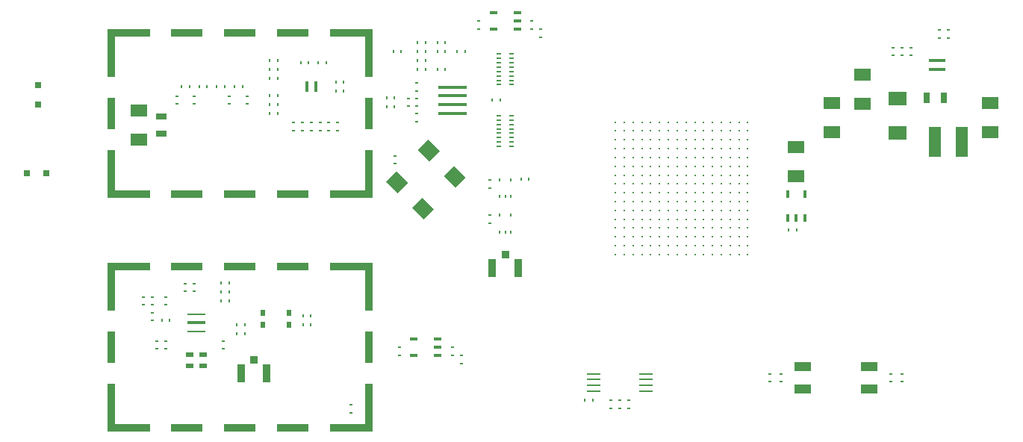
<source format=gtp>
G04 (created by PCBNEW (2013-mar-25)-stable) date Thursday, May 05, 2016 07:05:57 AM*
%MOIN*%
G04 Gerber Fmt 3.4, Leading zero omitted, Abs format*
%FSLAX34Y34*%
G01*
G70*
G90*
G04 APERTURE LIST*
%ADD10C,0.006*%
%ADD11R,0.00976378X0.0176378*%
%ADD12R,0.0727559X0.0530709*%
%ADD13R,0.0530709X0.135748*%
%ADD14R,0.0333858X0.0353543*%
%ADD15R,0.0353543X0.0806299*%
%ADD16R,0.0247244X0.0282677*%
%ADD17R,0.0349606X0.0247244*%
%ADD18R,0.0215748X0.00582677*%
%ADD19R,0.0215748X0.00385827*%
%ADD20R,0.00385827X0.0215748*%
%ADD21R,0.129843X0.0127165*%
%ADD22R,0.129843X0.0137008*%
%ADD23R,0.0176378X0.0353543*%
%ADD24R,0.0353543X0.0176378*%
%ADD25C,0.00976378*%
%ADD26R,0.00385827X0.0176378*%
%ADD27R,0.0727559X0.0156693*%
%ADD28R,0.0137008X0.00385827*%
%ADD29R,0.00385827X0.0137008*%
%ADD30R,0.0845669X0.0137008*%
%ADD31R,0.0845669X0.00976378*%
%ADD32R,0.0127165X0.0511024*%
%ADD33R,0.0290157X0.0490157*%
%ADD34R,0.00976378X0.0137008*%
%ADD35R,0.0490157X0.0290157*%
%ADD36R,0.0255118X0.0255118*%
%ADD37R,0.0806299X0.0609449*%
%ADD38R,0.0176378X0.00976378*%
%ADD39R,0.190079X0.0333858*%
%ADD40R,0.0333858X0.21252*%
%ADD41R,0.143622X0.0333858*%
%ADD42R,0.0333858X0.143622*%
%ADD43R,0.0640945X0.0105512*%
%ADD44R,0.0727559X0.0412598*%
G04 APERTURE END LIST*
G54D10*
G54D11*
X50118Y-32086D03*
X50472Y-32086D03*
X41161Y-43897D03*
X41515Y-43897D03*
G54D12*
X36811Y-35236D03*
X36811Y-33937D03*
G54D11*
X40472Y-41633D03*
X40826Y-41633D03*
G54D13*
X72332Y-35334D03*
X73533Y-35334D03*
G54D14*
X41929Y-45068D03*
G54D15*
X42509Y-45669D03*
X41348Y-45669D03*
G54D16*
X43509Y-42970D03*
X42316Y-42970D03*
X42316Y-43505D03*
X43509Y-43505D03*
G54D17*
X39064Y-45332D03*
X39675Y-45332D03*
X39675Y-44824D03*
X39064Y-44824D03*
G54D18*
X52854Y-34153D03*
X53444Y-34153D03*
X52854Y-34350D03*
X53444Y-34350D03*
X52854Y-34547D03*
X53444Y-34547D03*
X52854Y-34744D03*
X53444Y-34744D03*
X52854Y-34940D03*
X53444Y-34940D03*
X52854Y-35137D03*
X53444Y-35137D03*
X52854Y-35334D03*
X53444Y-35334D03*
X52854Y-35531D03*
X53444Y-35531D03*
X52854Y-31397D03*
X53444Y-31397D03*
X52854Y-31594D03*
X53444Y-31594D03*
X52854Y-31791D03*
X53444Y-31791D03*
X52854Y-31988D03*
X53444Y-31988D03*
X52854Y-32185D03*
X53444Y-32185D03*
X52854Y-32381D03*
X53444Y-32381D03*
X52854Y-32578D03*
X53444Y-32578D03*
X52854Y-32775D03*
X53444Y-32775D03*
G54D19*
X49842Y-32775D03*
X49842Y-32972D03*
X49842Y-33169D03*
X49842Y-33366D03*
X49842Y-33562D03*
X49842Y-33759D03*
X49842Y-33956D03*
X49842Y-34153D03*
G54D20*
X50098Y-34409D03*
X50295Y-34409D03*
X50492Y-34409D03*
X50688Y-34409D03*
X50885Y-34409D03*
X51082Y-34409D03*
X51279Y-34409D03*
X51476Y-34409D03*
G54D19*
X51732Y-34153D03*
X51732Y-33956D03*
X51732Y-33759D03*
X51732Y-33562D03*
X51732Y-33366D03*
X51732Y-33169D03*
X51732Y-32972D03*
X51732Y-32775D03*
G54D20*
X51476Y-32519D03*
X51279Y-32519D03*
X51082Y-32519D03*
X50885Y-32519D03*
X50688Y-32519D03*
X50492Y-32519D03*
X50295Y-32519D03*
X50098Y-32519D03*
G54D21*
X50787Y-34050D03*
G54D22*
X50787Y-33661D03*
X50787Y-33267D03*
G54D21*
X50787Y-32878D03*
G54D23*
X65767Y-38720D03*
X66141Y-38720D03*
X66515Y-38720D03*
X66515Y-37657D03*
X65767Y-37657D03*
G54D24*
X50137Y-44862D03*
X50137Y-44488D03*
X50137Y-44114D03*
X49074Y-44114D03*
X49074Y-44862D03*
X53681Y-30295D03*
X53681Y-29921D03*
X53681Y-29547D03*
X52618Y-29547D03*
X52618Y-30295D03*
G54D25*
X58070Y-40354D03*
X58070Y-39960D03*
X58070Y-39566D03*
X58070Y-39173D03*
X58070Y-38779D03*
X58070Y-38385D03*
X58070Y-37992D03*
X58070Y-37598D03*
X58070Y-37204D03*
X58070Y-36811D03*
X58070Y-36417D03*
X58070Y-36023D03*
X58070Y-35629D03*
X58070Y-35236D03*
X58070Y-34842D03*
X58070Y-34448D03*
X58464Y-40354D03*
X58464Y-39960D03*
X58464Y-39566D03*
X58464Y-39173D03*
X58464Y-38779D03*
X58464Y-38385D03*
X58464Y-37992D03*
X58464Y-37598D03*
X58464Y-37204D03*
X58464Y-36811D03*
X58464Y-36417D03*
X58464Y-36023D03*
X58464Y-35629D03*
X58464Y-35236D03*
X58464Y-34842D03*
X58464Y-34448D03*
X58858Y-40354D03*
X58858Y-39960D03*
X58858Y-39566D03*
X58858Y-39173D03*
X58858Y-38779D03*
X58858Y-38385D03*
X58858Y-37992D03*
X58858Y-37598D03*
X58858Y-37204D03*
X58858Y-36811D03*
X58858Y-36417D03*
X58858Y-36023D03*
X58858Y-35629D03*
X58858Y-35236D03*
X58858Y-34842D03*
X58858Y-34448D03*
X59251Y-40354D03*
X59251Y-39960D03*
X59251Y-39566D03*
X59251Y-39173D03*
X59251Y-38779D03*
X59251Y-38385D03*
X59251Y-37992D03*
X59251Y-37598D03*
X59251Y-37204D03*
X59251Y-36811D03*
X59251Y-36417D03*
X59251Y-36023D03*
X59251Y-35629D03*
X59251Y-35236D03*
X59251Y-34842D03*
X59251Y-34448D03*
X59645Y-40354D03*
X59645Y-39960D03*
X59645Y-39566D03*
X59645Y-39173D03*
X59645Y-38779D03*
X59645Y-38385D03*
X59645Y-37992D03*
X59645Y-37598D03*
X59645Y-37204D03*
X59645Y-36811D03*
X59645Y-36417D03*
X59645Y-36023D03*
X59645Y-35629D03*
X59645Y-35236D03*
X59645Y-34842D03*
X59645Y-34448D03*
X60039Y-40354D03*
X60039Y-39960D03*
X60039Y-39566D03*
X60039Y-39173D03*
X60039Y-38779D03*
X60039Y-38385D03*
X60039Y-37992D03*
X60039Y-37598D03*
X60039Y-37204D03*
X60039Y-36811D03*
X60039Y-36417D03*
X60039Y-36023D03*
X60039Y-35629D03*
X60039Y-35236D03*
X60039Y-34842D03*
X60039Y-34448D03*
X60433Y-40354D03*
X60433Y-39960D03*
X60433Y-39566D03*
X60433Y-39173D03*
X60433Y-38779D03*
X60433Y-38385D03*
X60433Y-37992D03*
X60433Y-37598D03*
X60433Y-37204D03*
X60433Y-36811D03*
X60433Y-36417D03*
X60433Y-36023D03*
X60433Y-35629D03*
X60433Y-35236D03*
X60433Y-34842D03*
X60433Y-34448D03*
X60826Y-40354D03*
X60826Y-39960D03*
X60826Y-39566D03*
X60826Y-39173D03*
X60826Y-38779D03*
X60826Y-38385D03*
X60826Y-37992D03*
X60826Y-37598D03*
X60826Y-37204D03*
X60826Y-36811D03*
X60826Y-36417D03*
X60826Y-36023D03*
X60826Y-35629D03*
X60826Y-35236D03*
X60826Y-34842D03*
X60826Y-34448D03*
X61220Y-40354D03*
X61220Y-39960D03*
X61220Y-39566D03*
X61220Y-39173D03*
X61220Y-38779D03*
X61220Y-38385D03*
X61220Y-37992D03*
X61220Y-37598D03*
X61220Y-37204D03*
X61220Y-36811D03*
X61220Y-36417D03*
X61220Y-36023D03*
X61220Y-35629D03*
X61220Y-35236D03*
X61220Y-34842D03*
X61220Y-34448D03*
X61614Y-40354D03*
X61614Y-39960D03*
X61614Y-39566D03*
X61614Y-39173D03*
X61614Y-38779D03*
X61614Y-38385D03*
X61614Y-37992D03*
X61614Y-37598D03*
X61614Y-37204D03*
X61614Y-36811D03*
X61614Y-36417D03*
X61614Y-36023D03*
X61614Y-35629D03*
X61614Y-35236D03*
X61614Y-34842D03*
X61614Y-34448D03*
X62007Y-40354D03*
X62007Y-39960D03*
X62007Y-39566D03*
X62007Y-39173D03*
X62007Y-38779D03*
X62007Y-38385D03*
X62007Y-37992D03*
X62007Y-37598D03*
X62007Y-37204D03*
X62007Y-36811D03*
X62007Y-36417D03*
X62007Y-36023D03*
X62007Y-35629D03*
X62007Y-35236D03*
X62007Y-34842D03*
X62007Y-34448D03*
X62401Y-40354D03*
X62401Y-39960D03*
X62401Y-39566D03*
X62401Y-39173D03*
X62401Y-38779D03*
X62401Y-38385D03*
X62401Y-37992D03*
X62401Y-37598D03*
X62401Y-37204D03*
X62401Y-36811D03*
X62401Y-36417D03*
X62401Y-36023D03*
X62401Y-35629D03*
X62401Y-35236D03*
X62401Y-34842D03*
X62401Y-34448D03*
X62795Y-40354D03*
X62795Y-39960D03*
X62795Y-39566D03*
X62795Y-39173D03*
X62795Y-38779D03*
X62795Y-38385D03*
X62795Y-37992D03*
X62795Y-37598D03*
X62795Y-37204D03*
X62795Y-36811D03*
X62795Y-36417D03*
X62795Y-36023D03*
X62795Y-35629D03*
X62795Y-35236D03*
X62795Y-34842D03*
X62795Y-34448D03*
X63188Y-40354D03*
X63188Y-39960D03*
X63188Y-39566D03*
X63188Y-39173D03*
X63188Y-38779D03*
X63188Y-38385D03*
X63188Y-37992D03*
X63188Y-37598D03*
X63188Y-37204D03*
X63188Y-36811D03*
X63188Y-36417D03*
X63188Y-36023D03*
X63188Y-35629D03*
X63188Y-35236D03*
X63188Y-34842D03*
X63188Y-34448D03*
X63582Y-40354D03*
X63582Y-39960D03*
X63582Y-39566D03*
X63582Y-39173D03*
X63582Y-38779D03*
X63582Y-38385D03*
X63582Y-37992D03*
X63582Y-37598D03*
X63582Y-37204D03*
X63582Y-36811D03*
X63582Y-36417D03*
X63582Y-36023D03*
X63582Y-35629D03*
X63582Y-35236D03*
X63582Y-34842D03*
X63582Y-34448D03*
X63976Y-40354D03*
X63976Y-39960D03*
X63976Y-39566D03*
X63976Y-39173D03*
X63976Y-38779D03*
X63976Y-38385D03*
X63976Y-37992D03*
X63976Y-37598D03*
X63976Y-37204D03*
X63976Y-36811D03*
X63976Y-36417D03*
X63976Y-36023D03*
X63976Y-35629D03*
X63976Y-35236D03*
X63976Y-34842D03*
X63976Y-34448D03*
G54D26*
X72047Y-31338D03*
X72244Y-31338D03*
X72440Y-31338D03*
X72637Y-31338D03*
X72834Y-31338D03*
X72637Y-32440D03*
X72834Y-32440D03*
X72440Y-32440D03*
X72244Y-32440D03*
X72047Y-32440D03*
G54D27*
X72440Y-31683D03*
X72440Y-32096D03*
G54D28*
X38641Y-42913D03*
X38641Y-43110D03*
X38641Y-43307D03*
X38641Y-43503D03*
X38641Y-43700D03*
X38641Y-43897D03*
G54D29*
X38877Y-44133D03*
X39074Y-44133D03*
X39271Y-44133D03*
X39468Y-44133D03*
X39665Y-44133D03*
X39862Y-44133D03*
G54D28*
X40098Y-43897D03*
X40098Y-43700D03*
X40098Y-43503D03*
X40098Y-43307D03*
X40098Y-43110D03*
X40098Y-42913D03*
G54D29*
X39862Y-42677D03*
X39665Y-42677D03*
X39468Y-42677D03*
X39271Y-42677D03*
X39074Y-42677D03*
X38877Y-42677D03*
G54D30*
X39370Y-43405D03*
G54D31*
X39370Y-43031D03*
X39370Y-43779D03*
G54D20*
X44192Y-33425D03*
X44389Y-33425D03*
X44586Y-33425D03*
X44783Y-33425D03*
G54D19*
X45039Y-33169D03*
X45039Y-32972D03*
X45039Y-32775D03*
X45039Y-32578D03*
G54D20*
X44783Y-32322D03*
X44586Y-32322D03*
X44389Y-32322D03*
X44192Y-32322D03*
G54D19*
X43937Y-32578D03*
X43937Y-32775D03*
X43937Y-32972D03*
X43937Y-33169D03*
G54D32*
X44296Y-32874D03*
X44680Y-32874D03*
G54D33*
X72722Y-33366D03*
X71962Y-33366D03*
G54D12*
X69094Y-32322D03*
X69094Y-33622D03*
X66141Y-36870D03*
X66141Y-35570D03*
X67716Y-34901D03*
X67716Y-33602D03*
X74803Y-34901D03*
X74803Y-33602D03*
G54D34*
X52893Y-37775D03*
X53149Y-37775D03*
X53405Y-37775D03*
X53405Y-37027D03*
X52893Y-37027D03*
G54D35*
X37795Y-34966D03*
X37795Y-34206D03*
G54D36*
X32283Y-32795D03*
X32283Y-33661D03*
G54D37*
X70669Y-34913D03*
X70669Y-33393D03*
G54D38*
X51181Y-44862D03*
X51181Y-45216D03*
X54724Y-30295D03*
X54724Y-30649D03*
G54D11*
X49586Y-30905D03*
X49232Y-30905D03*
X50472Y-30905D03*
X50118Y-30905D03*
X51358Y-31299D03*
X51003Y-31299D03*
X50118Y-31299D03*
X50472Y-31299D03*
G54D38*
X70472Y-31476D03*
X70472Y-31122D03*
G54D11*
X49586Y-31299D03*
X49232Y-31299D03*
X49586Y-31692D03*
X49232Y-31692D03*
G54D38*
X50787Y-44862D03*
X50787Y-44507D03*
X48425Y-44862D03*
X48425Y-44507D03*
X54330Y-30295D03*
X54330Y-29940D03*
X51968Y-30295D03*
X51968Y-29940D03*
X71259Y-31122D03*
X71259Y-31476D03*
G54D11*
X56712Y-46850D03*
X57066Y-46850D03*
G54D38*
X70866Y-31476D03*
X70866Y-31122D03*
X72539Y-30334D03*
X72539Y-30688D03*
G54D11*
X42992Y-34055D03*
X42637Y-34055D03*
X42637Y-31692D03*
X42992Y-31692D03*
X65807Y-39271D03*
X66161Y-39271D03*
X53858Y-37007D03*
X54212Y-37007D03*
X48503Y-31299D03*
X48149Y-31299D03*
G54D38*
X48818Y-33385D03*
X48818Y-33740D03*
G54D11*
X47854Y-33366D03*
X48208Y-33366D03*
X47854Y-33759D03*
X48208Y-33759D03*
G54D38*
X72933Y-30688D03*
X72933Y-30334D03*
X44881Y-34468D03*
X44881Y-34822D03*
G54D11*
X42637Y-32480D03*
X42992Y-32480D03*
X42637Y-33267D03*
X42992Y-33267D03*
G54D38*
X46259Y-47066D03*
X46259Y-47421D03*
G54D11*
X44114Y-43503D03*
X44468Y-43503D03*
G54D38*
X57874Y-47224D03*
X57874Y-46870D03*
X58661Y-47224D03*
X58661Y-46870D03*
X58267Y-47224D03*
X58267Y-46870D03*
X45275Y-34822D03*
X45275Y-34468D03*
G54D11*
X44803Y-31791D03*
X45157Y-31791D03*
X44370Y-31791D03*
X44015Y-31791D03*
G54D38*
X43700Y-34822D03*
X43700Y-34468D03*
X44094Y-34822D03*
X44094Y-34468D03*
X45669Y-34822D03*
X45669Y-34468D03*
X52460Y-37027D03*
X52460Y-37381D03*
G54D11*
X42637Y-32086D03*
X42992Y-32086D03*
X42637Y-33661D03*
X42992Y-33661D03*
X52578Y-33464D03*
X52933Y-33464D03*
G54D38*
X49212Y-34429D03*
X49212Y-34074D03*
G54D11*
X49232Y-32086D03*
X49586Y-32086D03*
G54D38*
X49212Y-33385D03*
X49212Y-33740D03*
G54D11*
X41161Y-43503D03*
X41515Y-43503D03*
G54D38*
X37992Y-42244D03*
X37992Y-42598D03*
X40551Y-44212D03*
X40551Y-44566D03*
X38877Y-41653D03*
X38877Y-42007D03*
X39271Y-41653D03*
X39271Y-42007D03*
X37992Y-44212D03*
X37992Y-44566D03*
G54D11*
X44114Y-43110D03*
X44468Y-43110D03*
X40472Y-42027D03*
X40826Y-42027D03*
X40472Y-42421D03*
X40826Y-42421D03*
X38700Y-32874D03*
X39055Y-32874D03*
X39488Y-32874D03*
X39842Y-32874D03*
X40275Y-32874D03*
X40629Y-32874D03*
X41062Y-32874D03*
X41417Y-32874D03*
G54D38*
X37401Y-43307D03*
X37401Y-42952D03*
X44488Y-34468D03*
X44488Y-34822D03*
G54D11*
X45590Y-33070D03*
X45944Y-33070D03*
X45590Y-32677D03*
X45944Y-32677D03*
G54D38*
X49212Y-32696D03*
X49212Y-33051D03*
X37598Y-44212D03*
X37598Y-44566D03*
X37401Y-42244D03*
X37401Y-42598D03*
X38484Y-33287D03*
X38484Y-33641D03*
X39271Y-33287D03*
X39271Y-33641D03*
X40846Y-33287D03*
X40846Y-33641D03*
X41633Y-33287D03*
X41633Y-33641D03*
G54D11*
X37814Y-43307D03*
X38169Y-43307D03*
G54D38*
X48228Y-36299D03*
X48228Y-35944D03*
G54D14*
X53149Y-40344D03*
G54D15*
X53730Y-40944D03*
X52568Y-40944D03*
G54D38*
X52460Y-38602D03*
X52460Y-38956D03*
G54D34*
X52893Y-39350D03*
X53149Y-39350D03*
X53405Y-39350D03*
X53405Y-38602D03*
X52893Y-38602D03*
G54D10*
G36*
X49970Y-38327D02*
X49511Y-38786D01*
X48997Y-38271D01*
X49455Y-37812D01*
X49970Y-38327D01*
X49970Y-38327D01*
G37*
G36*
X51384Y-36913D02*
X50925Y-37372D01*
X50411Y-36857D01*
X50870Y-36398D01*
X51384Y-36913D01*
X51384Y-36913D01*
G37*
G36*
X50215Y-35743D02*
X49756Y-36202D01*
X49242Y-35688D01*
X49700Y-35229D01*
X50215Y-35743D01*
X50215Y-35743D01*
G37*
G36*
X48801Y-37158D02*
X48342Y-37616D01*
X47827Y-37102D01*
X48286Y-36643D01*
X48801Y-37158D01*
X48801Y-37158D01*
G37*
G54D39*
X46263Y-37657D03*
G54D40*
X47047Y-36761D03*
G54D41*
X43669Y-37657D03*
X41307Y-37657D03*
X38944Y-37657D03*
G54D39*
X36350Y-37657D03*
G54D40*
X35566Y-36761D03*
G54D42*
X35566Y-34055D03*
G54D40*
X35566Y-31348D03*
G54D39*
X36350Y-30452D03*
G54D41*
X38944Y-30452D03*
X41307Y-30452D03*
G54D42*
X47047Y-34055D03*
G54D40*
X47047Y-31348D03*
G54D39*
X46263Y-30452D03*
G54D41*
X43669Y-30452D03*
G54D39*
X46263Y-48090D03*
G54D40*
X47047Y-47194D03*
G54D41*
X43669Y-48090D03*
X41307Y-48090D03*
X38944Y-48090D03*
G54D39*
X36350Y-48090D03*
G54D40*
X35566Y-47194D03*
G54D42*
X35566Y-44488D03*
G54D40*
X35566Y-41781D03*
G54D39*
X36350Y-40885D03*
G54D41*
X38944Y-40885D03*
X41307Y-40885D03*
G54D42*
X47047Y-44488D03*
G54D40*
X47047Y-41781D03*
G54D39*
X46263Y-40885D03*
G54D41*
X43669Y-40885D03*
G54D36*
X31811Y-36712D03*
X32677Y-36712D03*
G54D43*
X59437Y-46446D03*
X59437Y-46190D03*
X59437Y-45935D03*
X59437Y-45679D03*
X57098Y-45679D03*
X57098Y-45935D03*
X57098Y-46190D03*
X57098Y-46446D03*
G54D38*
X70374Y-45688D03*
X70374Y-46043D03*
X70866Y-45688D03*
X70866Y-46043D03*
X64960Y-45688D03*
X64960Y-46043D03*
X65452Y-45688D03*
X65452Y-46043D03*
G54D44*
X66437Y-45366D03*
X69389Y-45366D03*
X66437Y-46366D03*
X69389Y-46366D03*
G54D38*
X37007Y-42598D03*
X37007Y-42244D03*
M02*

</source>
